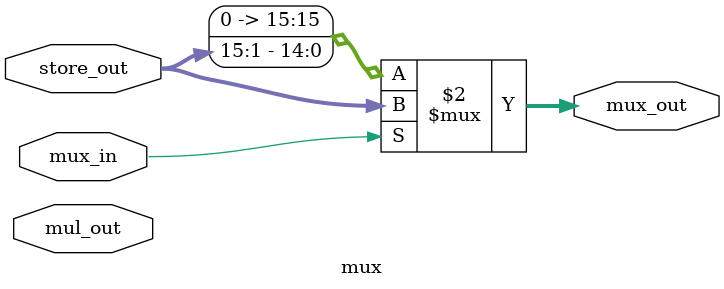
<source format=sv>
`timescale 1ns / 1ps

module mux(
    input [15:0] store_out,
    input [15:0] mul_out,
    input mux_in,
    output [15:0] mux_out
    );
    assign mux_out= mux_in?store_out:store_out>>1;
endmodule

</source>
